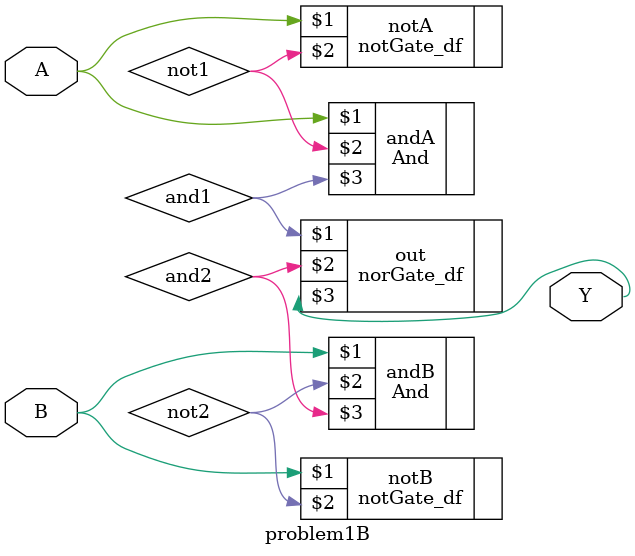
<source format=v>
`include "norGate_df.v"
`include "notGate_df.v"
`include "And.v"

module problem1B (input A, B, output Y);
    wire not1, not2;
    wire and1, and2;
    
// instantiate not gate (input a, output b)
notGate_df notA(A,not1);
notGate_df notB(B,not2);
// instantiate and gate (input a,b, ouput c)
And andA(A,not1,and1);
And andB(B,not2,and2);
// instantiate or gate  (input a, b, output c)
norGate_df out(and1,and2,Y); 

endmodule

</source>
